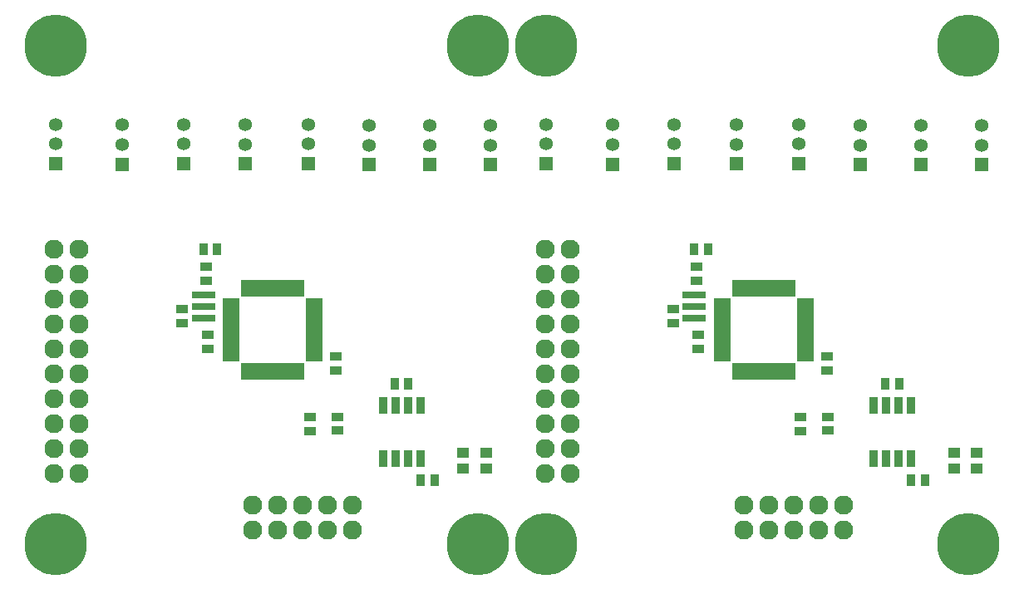
<source format=gts>
G04 EasyPC Gerber Version 21.0.3 Build 4286 *
G04 #@! TF.Part,Single*
G04 #@! TF.FileFunction,Soldermask,Top *
G04 #@! TF.FilePolarity,Negative *
%FSLAX45Y45*%
%MOIN*%
G04 #@! TA.AperFunction,SMDPad*
%ADD81R,0.03362X0.06807*%
%ADD11R,0.03559X0.04937*%
%ADD79R,0.03559X0.06906*%
G04 #@! TA.AperFunction,ComponentPad*
%ADD85R,0.05331X0.05331*%
%ADD86C,0.05331*%
%ADD12C,0.07693*%
G04 #@! TA.AperFunction,WasherPad*
%ADD10C,0.25016*%
G04 #@! TA.AperFunction,SMDPad*
%ADD84R,0.09268X0.02575*%
%ADD80R,0.06807X0.03362*%
%ADD16R,0.04937X0.03559*%
%ADD82R,0.04740X0.04346*%
X0Y0D02*
D02*
D10*
X15652Y35967D03*
Y235967D03*
X184943Y35967D03*
Y235967D03*
X212502Y35967D03*
Y235967D03*
X381794Y35967D03*
Y235967D03*
D02*
D11*
X74951Y154104D03*
X80502D03*
X151632Y100064D03*
X157183D03*
X161991Y61625D03*
X167542D03*
X271802Y154104D03*
X277353D03*
X348483Y100064D03*
X354034D03*
X358841Y61625D03*
X364393D03*
D02*
D12*
X15094Y64175D03*
Y74175D03*
Y84175D03*
Y94175D03*
Y104175D03*
Y114175D03*
Y124175D03*
Y134175D03*
Y144175D03*
Y154175D03*
X25094Y64175D03*
Y74175D03*
Y84175D03*
Y94175D03*
Y104175D03*
Y114175D03*
Y124175D03*
Y134175D03*
Y144175D03*
Y154175D03*
X94763Y41353D03*
Y51353D03*
X104763Y41353D03*
Y51353D03*
X114763Y41353D03*
Y51353D03*
X124763Y41353D03*
Y51353D03*
X134763Y41353D03*
Y51353D03*
X211944Y64175D03*
Y74175D03*
Y84175D03*
Y94175D03*
Y104175D03*
Y114175D03*
Y124175D03*
Y134175D03*
Y144175D03*
Y154175D03*
X221944Y64175D03*
Y74175D03*
Y84175D03*
Y94175D03*
Y104175D03*
Y114175D03*
Y124175D03*
Y134175D03*
Y144175D03*
Y154175D03*
X291613Y41353D03*
Y51353D03*
X301613Y41353D03*
Y51353D03*
X311613Y41353D03*
Y51353D03*
X321613Y41353D03*
Y51353D03*
X331613Y41353D03*
Y51353D03*
D02*
D16*
X66396Y124470D03*
Y130021D03*
X76006Y141495D03*
Y147046D03*
X76630Y114288D03*
Y119839D03*
X117565Y81215D03*
Y86766D03*
X128048Y105552D03*
Y111103D03*
X128672Y81340D03*
Y86891D03*
X263246Y124470D03*
Y130021D03*
X272856Y141495D03*
Y147046D03*
X273480Y114288D03*
Y119839D03*
X314415Y81215D03*
Y86766D03*
X324899Y105552D03*
Y111103D03*
X325523Y81340D03*
Y86891D03*
D02*
D79*
X147007Y70090D03*
Y91350D03*
X152007Y70090D03*
Y91350D03*
X157007Y70090D03*
Y91350D03*
X162007Y70090D03*
Y91350D03*
X343857Y70090D03*
Y91350D03*
X348857Y70090D03*
Y91350D03*
X353857Y70090D03*
Y91350D03*
X358857Y70090D03*
Y91350D03*
D02*
D80*
X86028Y110756D03*
Y113906D03*
Y117056D03*
Y120205D03*
Y123355D03*
Y126504D03*
Y129654D03*
Y132804D03*
X119398Y110756D03*
Y113906D03*
Y117056D03*
Y120205D03*
Y123355D03*
Y126504D03*
Y129654D03*
Y132804D03*
X282879Y110756D03*
Y113906D03*
Y117056D03*
Y120205D03*
Y123355D03*
Y126504D03*
Y129654D03*
Y132804D03*
X316249Y110756D03*
Y113906D03*
Y117056D03*
Y120205D03*
Y123355D03*
Y126504D03*
Y129654D03*
Y132804D03*
D02*
D81*
X91690Y105095D03*
Y138465D03*
X94839Y105095D03*
Y138465D03*
X97989Y105095D03*
Y138465D03*
X101139Y105095D03*
Y138465D03*
X104288Y105095D03*
Y138465D03*
X107438Y105095D03*
Y138465D03*
X110587Y105095D03*
Y138465D03*
X113737Y105095D03*
Y138465D03*
X288540Y105095D03*
Y138465D03*
X291690Y105095D03*
Y138465D03*
X294839Y105095D03*
Y138465D03*
X297989Y105095D03*
Y138465D03*
X301139Y105095D03*
Y138465D03*
X304288Y105095D03*
Y138465D03*
X307438Y105095D03*
Y138465D03*
X310587Y105095D03*
Y138465D03*
D02*
D82*
X179093Y66088D03*
Y72387D03*
X188204Y66088D03*
Y72387D03*
X375943Y66088D03*
Y72387D03*
X385054Y66088D03*
Y72387D03*
D02*
D84*
X75007Y126416D03*
Y131140D03*
Y135865D03*
X271857Y126416D03*
Y131140D03*
Y135865D03*
D02*
D85*
X15601Y188550D03*
X42309Y188300D03*
X66895Y188550D03*
X91856Y188425D03*
X116941Y188550D03*
X141402Y188050D03*
X165739D03*
X190076D03*
X212451Y188550D03*
X239159Y188300D03*
X263745Y188550D03*
X288706Y188425D03*
X313791Y188550D03*
X338253Y188050D03*
X362589D03*
X386926D03*
D02*
D86*
X15601Y196424D03*
Y204298D03*
X42309Y196174D03*
Y204048D03*
X66895Y196424D03*
Y204298D03*
X91856Y196299D03*
Y204173D03*
X116941Y196424D03*
Y204298D03*
X141402Y195924D03*
Y203798D03*
X165739Y195924D03*
Y203798D03*
X190076Y195924D03*
Y203798D03*
X212451Y196424D03*
Y204298D03*
X239159Y196174D03*
Y204048D03*
X263745Y196424D03*
Y204298D03*
X288706Y196299D03*
Y204173D03*
X313791Y196424D03*
Y204298D03*
X338253Y195924D03*
Y203798D03*
X362589Y195924D03*
Y203798D03*
X386926Y195924D03*
Y203798D03*
X0Y0D02*
M02*

</source>
